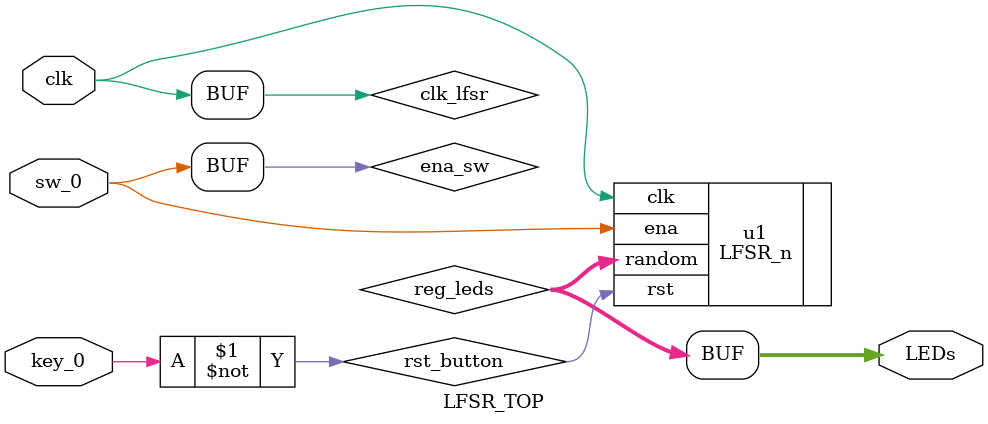
<source format=v>
module LFSR_TOP #(parameter n = 4)(
	input 	wire clk,
	input 	wire key_0,
	input 	wire sw_0,
	output 	wire [n-1:0] LEDs
	);
	
	wire rst_button;
	assign rst_button = ~key_0;
	
	wire ena_sw;
	assign ena_sw = sw_0;
	
	wire [n-1:0] reg_leds;
	wire clk_lfsr = clk;
	
//	pll u0 ( 
//		.areset(rst_button), 
//		.inclk0(clk), 
//		.c0(clk_lfsr)
//		);
	
	LFSR_n #(.n(n)) u1 (
        .clk(clk_lfsr),
        .rst(rst_button),
		.ena(ena_sw),
        .random(reg_leds)
		);
	
	assign LEDs = reg_leds;
	
endmodule
</source>
